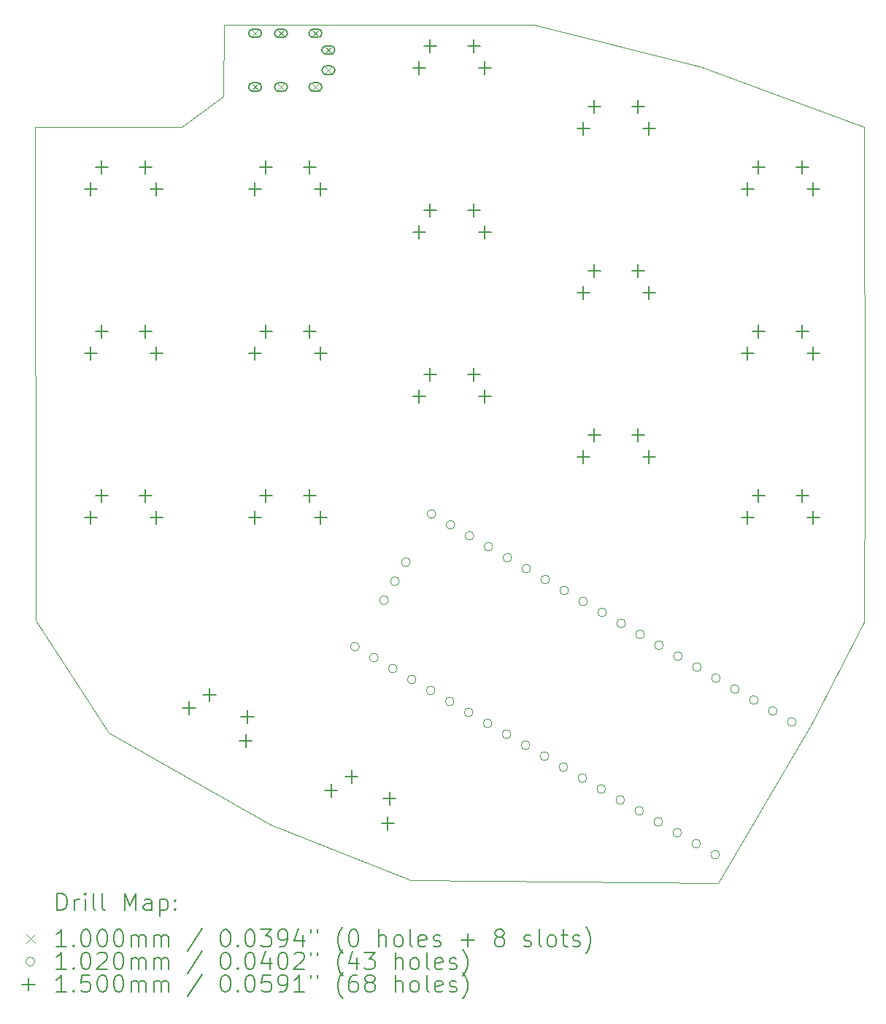
<source format=gbr>
%TF.GenerationSoftware,KiCad,Pcbnew,7.0.8-7.0.8~ubuntu22.04.1*%
%TF.CreationDate,2023-10-30T23:12:41+03:00*%
%TF.ProjectId,Keeb,4b656562-2e6b-4696-9361-645f70636258,rev?*%
%TF.SameCoordinates,Original*%
%TF.FileFunction,Drillmap*%
%TF.FilePolarity,Positive*%
%FSLAX45Y45*%
G04 Gerber Fmt 4.5, Leading zero omitted, Abs format (unit mm)*
G04 Created by KiCad (PCBNEW 7.0.8-7.0.8~ubuntu22.04.1) date 2023-10-30 23:12:41*
%MOMM*%
%LPD*%
G01*
G04 APERTURE LIST*
%ADD10C,0.050000*%
%ADD11C,0.200000*%
%ADD12C,0.100000*%
%ADD13C,0.102000*%
%ADD14C,0.150000*%
G04 APERTURE END LIST*
D10*
X17893000Y-3886000D02*
X17900000Y-3886000D01*
X19800000Y-4582000D01*
X19810000Y-8436000D01*
X19805000Y-10328000D01*
X19190000Y-11509294D01*
X18113000Y-13360000D01*
X14544000Y-13327000D01*
X12922000Y-12678000D01*
X11043000Y-11612000D01*
X10190000Y-10309294D01*
X10183000Y-4587294D01*
X11883000Y-4587294D01*
X12365000Y-4229294D01*
X12381000Y-3398000D01*
X14076000Y-3396294D01*
X15976000Y-3396294D01*
X17893000Y-3886000D01*
D11*
D12*
X12687500Y-4071794D02*
X12787500Y-4171794D01*
X12787500Y-4071794D02*
X12687500Y-4171794D01*
D11*
X12712500Y-4171794D02*
X12762500Y-4171794D01*
X12762500Y-4171794D02*
G75*
G03*
X12762500Y-4071794I0J50000D01*
G01*
X12762500Y-4071794D02*
X12712500Y-4071794D01*
X12712500Y-4071794D02*
G75*
G03*
X12712500Y-4171794I0J-50000D01*
G01*
D12*
X12688000Y-3448000D02*
X12788000Y-3548000D01*
X12788000Y-3448000D02*
X12688000Y-3548000D01*
D11*
X12713000Y-3548000D02*
X12763000Y-3548000D01*
X12763000Y-3548000D02*
G75*
G03*
X12763000Y-3448000I0J50000D01*
G01*
X12763000Y-3448000D02*
X12713000Y-3448000D01*
X12713000Y-3448000D02*
G75*
G03*
X12713000Y-3548000I0J-50000D01*
G01*
D12*
X12987500Y-4071794D02*
X13087500Y-4171794D01*
X13087500Y-4071794D02*
X12987500Y-4171794D01*
D11*
X13012500Y-4171794D02*
X13062500Y-4171794D01*
X13062500Y-4171794D02*
G75*
G03*
X13062500Y-4071794I0J50000D01*
G01*
X13062500Y-4071794D02*
X13012500Y-4071794D01*
X13012500Y-4071794D02*
G75*
G03*
X13012500Y-4171794I0J-50000D01*
G01*
D12*
X12988000Y-3448000D02*
X13088000Y-3548000D01*
X13088000Y-3448000D02*
X12988000Y-3548000D01*
D11*
X13013000Y-3548000D02*
X13063000Y-3548000D01*
X13063000Y-3548000D02*
G75*
G03*
X13063000Y-3448000I0J50000D01*
G01*
X13063000Y-3448000D02*
X13013000Y-3448000D01*
X13013000Y-3448000D02*
G75*
G03*
X13013000Y-3548000I0J-50000D01*
G01*
D12*
X13387500Y-4071794D02*
X13487500Y-4171794D01*
X13487500Y-4071794D02*
X13387500Y-4171794D01*
D11*
X13412500Y-4171794D02*
X13462500Y-4171794D01*
X13462500Y-4171794D02*
G75*
G03*
X13462500Y-4071794I0J50000D01*
G01*
X13462500Y-4071794D02*
X13412500Y-4071794D01*
X13412500Y-4071794D02*
G75*
G03*
X13412500Y-4171794I0J-50000D01*
G01*
D12*
X13388000Y-3448000D02*
X13488000Y-3548000D01*
X13488000Y-3448000D02*
X13388000Y-3548000D01*
D11*
X13413000Y-3548000D02*
X13463000Y-3548000D01*
X13463000Y-3548000D02*
G75*
G03*
X13463000Y-3448000I0J50000D01*
G01*
X13463000Y-3448000D02*
X13413000Y-3448000D01*
X13413000Y-3448000D02*
G75*
G03*
X13413000Y-3548000I0J-50000D01*
G01*
D12*
X13537500Y-3641794D02*
X13637500Y-3741794D01*
X13637500Y-3641794D02*
X13537500Y-3741794D01*
D11*
X13562500Y-3741794D02*
X13612500Y-3741794D01*
X13612500Y-3741794D02*
G75*
G03*
X13612500Y-3641794I0J50000D01*
G01*
X13612500Y-3641794D02*
X13562500Y-3641794D01*
X13562500Y-3641794D02*
G75*
G03*
X13562500Y-3741794I0J-50000D01*
G01*
D12*
X13538000Y-3878000D02*
X13638000Y-3978000D01*
X13638000Y-3878000D02*
X13538000Y-3978000D01*
D11*
X13563000Y-3978000D02*
X13613000Y-3978000D01*
X13613000Y-3978000D02*
G75*
G03*
X13613000Y-3878000I0J50000D01*
G01*
X13613000Y-3878000D02*
X13563000Y-3878000D01*
X13563000Y-3878000D02*
G75*
G03*
X13563000Y-3978000I0J-50000D01*
G01*
D13*
X13945781Y-10613397D02*
G75*
G03*
X13945781Y-10613397I-51000J0D01*
G01*
X14165751Y-10740397D02*
G75*
G03*
X14165751Y-10740397I-51000J0D01*
G01*
X14283199Y-10074971D02*
G75*
G03*
X14283199Y-10074971I-51000J0D01*
G01*
X14385722Y-10867397D02*
G75*
G03*
X14385722Y-10867397I-51000J0D01*
G01*
X14410199Y-9855000D02*
G75*
G03*
X14410199Y-9855000I-51000J0D01*
G01*
X14537199Y-9635030D02*
G75*
G03*
X14537199Y-9635030I-51000J0D01*
G01*
X14605692Y-10994397D02*
G75*
G03*
X14605692Y-10994397I-51000J0D01*
G01*
X14825662Y-11121397D02*
G75*
G03*
X14825662Y-11121397I-51000J0D01*
G01*
X14834781Y-9073603D02*
G75*
G03*
X14834781Y-9073603I-51000J0D01*
G01*
X15045633Y-11248397D02*
G75*
G03*
X15045633Y-11248397I-51000J0D01*
G01*
X15054751Y-9200603D02*
G75*
G03*
X15054751Y-9200603I-51000J0D01*
G01*
X15265603Y-11375397D02*
G75*
G03*
X15265603Y-11375397I-51000J0D01*
G01*
X15274722Y-9327603D02*
G75*
G03*
X15274722Y-9327603I-51000J0D01*
G01*
X15485574Y-11502397D02*
G75*
G03*
X15485574Y-11502397I-51000J0D01*
G01*
X15494692Y-9454603D02*
G75*
G03*
X15494692Y-9454603I-51000J0D01*
G01*
X15705544Y-11629397D02*
G75*
G03*
X15705544Y-11629397I-51000J0D01*
G01*
X15714662Y-9581603D02*
G75*
G03*
X15714662Y-9581603I-51000J0D01*
G01*
X15925515Y-11756397D02*
G75*
G03*
X15925515Y-11756397I-51000J0D01*
G01*
X15934633Y-9708603D02*
G75*
G03*
X15934633Y-9708603I-51000J0D01*
G01*
X16145485Y-11883397D02*
G75*
G03*
X16145485Y-11883397I-51000J0D01*
G01*
X16154603Y-9835603D02*
G75*
G03*
X16154603Y-9835603I-51000J0D01*
G01*
X16365456Y-12010397D02*
G75*
G03*
X16365456Y-12010397I-51000J0D01*
G01*
X16374574Y-9962603D02*
G75*
G03*
X16374574Y-9962603I-51000J0D01*
G01*
X16585426Y-12137397D02*
G75*
G03*
X16585426Y-12137397I-51000J0D01*
G01*
X16594544Y-10089603D02*
G75*
G03*
X16594544Y-10089603I-51000J0D01*
G01*
X16805397Y-12264397D02*
G75*
G03*
X16805397Y-12264397I-51000J0D01*
G01*
X16814515Y-10216603D02*
G75*
G03*
X16814515Y-10216603I-51000J0D01*
G01*
X17025367Y-12391397D02*
G75*
G03*
X17025367Y-12391397I-51000J0D01*
G01*
X17034485Y-10343603D02*
G75*
G03*
X17034485Y-10343603I-51000J0D01*
G01*
X17245338Y-12518397D02*
G75*
G03*
X17245338Y-12518397I-51000J0D01*
G01*
X17254456Y-10470603D02*
G75*
G03*
X17254456Y-10470603I-51000J0D01*
G01*
X17465308Y-12645397D02*
G75*
G03*
X17465308Y-12645397I-51000J0D01*
G01*
X17474426Y-10597603D02*
G75*
G03*
X17474426Y-10597603I-51000J0D01*
G01*
X17685278Y-12772397D02*
G75*
G03*
X17685278Y-12772397I-51000J0D01*
G01*
X17694397Y-10724603D02*
G75*
G03*
X17694397Y-10724603I-51000J0D01*
G01*
X17905249Y-12899397D02*
G75*
G03*
X17905249Y-12899397I-51000J0D01*
G01*
X17914367Y-10851603D02*
G75*
G03*
X17914367Y-10851603I-51000J0D01*
G01*
X18125219Y-13026397D02*
G75*
G03*
X18125219Y-13026397I-51000J0D01*
G01*
X18134338Y-10978603D02*
G75*
G03*
X18134338Y-10978603I-51000J0D01*
G01*
X18354308Y-11105603D02*
G75*
G03*
X18354308Y-11105603I-51000J0D01*
G01*
X18574278Y-11232603D02*
G75*
G03*
X18574278Y-11232603I-51000J0D01*
G01*
X18794249Y-11359603D02*
G75*
G03*
X18794249Y-11359603I-51000J0D01*
G01*
X19014219Y-11486603D02*
G75*
G03*
X19014219Y-11486603I-51000J0D01*
G01*
D14*
X10831500Y-5232794D02*
X10831500Y-5382794D01*
X10756500Y-5307794D02*
X10906500Y-5307794D01*
X10831500Y-7137794D02*
X10831500Y-7287794D01*
X10756500Y-7212794D02*
X10906500Y-7212794D01*
X10831500Y-9042794D02*
X10831500Y-9192794D01*
X10756500Y-9117794D02*
X10906500Y-9117794D01*
X10958500Y-4978794D02*
X10958500Y-5128794D01*
X10883500Y-5053794D02*
X11033500Y-5053794D01*
X10958500Y-6883794D02*
X10958500Y-7033794D01*
X10883500Y-6958794D02*
X11033500Y-6958794D01*
X10958500Y-8788794D02*
X10958500Y-8938794D01*
X10883500Y-8863794D02*
X11033500Y-8863794D01*
X11466500Y-4978794D02*
X11466500Y-5128794D01*
X11391500Y-5053794D02*
X11541500Y-5053794D01*
X11466500Y-6883794D02*
X11466500Y-7033794D01*
X11391500Y-6958794D02*
X11541500Y-6958794D01*
X11466500Y-8788794D02*
X11466500Y-8938794D01*
X11391500Y-8863794D02*
X11541500Y-8863794D01*
X11593500Y-5232794D02*
X11593500Y-5382794D01*
X11518500Y-5307794D02*
X11668500Y-5307794D01*
X11593500Y-7137794D02*
X11593500Y-7287794D01*
X11518500Y-7212794D02*
X11668500Y-7212794D01*
X11593500Y-9042794D02*
X11593500Y-9192794D01*
X11518500Y-9117794D02*
X11668500Y-9117794D01*
X11968502Y-11252781D02*
X11968502Y-11402781D01*
X11893502Y-11327781D02*
X12043502Y-11327781D01*
X12205487Y-11096310D02*
X12205487Y-11246310D01*
X12130487Y-11171310D02*
X12280487Y-11171310D01*
X12628413Y-11633781D02*
X12628413Y-11783781D01*
X12553413Y-11708781D02*
X12703413Y-11708781D01*
X12645428Y-11350310D02*
X12645428Y-11500310D01*
X12570428Y-11425310D02*
X12720428Y-11425310D01*
X12736500Y-5232794D02*
X12736500Y-5382794D01*
X12661500Y-5307794D02*
X12811500Y-5307794D01*
X12736500Y-7137794D02*
X12736500Y-7287794D01*
X12661500Y-7212794D02*
X12811500Y-7212794D01*
X12736500Y-9042794D02*
X12736500Y-9192794D01*
X12661500Y-9117794D02*
X12811500Y-9117794D01*
X12863500Y-4978794D02*
X12863500Y-5128794D01*
X12788500Y-5053794D02*
X12938500Y-5053794D01*
X12863500Y-6883794D02*
X12863500Y-7033794D01*
X12788500Y-6958794D02*
X12938500Y-6958794D01*
X12863500Y-8788794D02*
X12863500Y-8938794D01*
X12788500Y-8863794D02*
X12938500Y-8863794D01*
X13371500Y-4978794D02*
X13371500Y-5128794D01*
X13296500Y-5053794D02*
X13446500Y-5053794D01*
X13371500Y-6883794D02*
X13371500Y-7033794D01*
X13296500Y-6958794D02*
X13446500Y-6958794D01*
X13371500Y-8788794D02*
X13371500Y-8938794D01*
X13296500Y-8863794D02*
X13446500Y-8863794D01*
X13498500Y-5232794D02*
X13498500Y-5382794D01*
X13423500Y-5307794D02*
X13573500Y-5307794D01*
X13498500Y-7137794D02*
X13498500Y-7287794D01*
X13423500Y-7212794D02*
X13573500Y-7212794D01*
X13498500Y-9042794D02*
X13498500Y-9192794D01*
X13423500Y-9117794D02*
X13573500Y-9117794D01*
X13618280Y-12205281D02*
X13618280Y-12355281D01*
X13543280Y-12280281D02*
X13693280Y-12280281D01*
X13855265Y-12048810D02*
X13855265Y-12198810D01*
X13780265Y-12123810D02*
X13930265Y-12123810D01*
X14278191Y-12586281D02*
X14278191Y-12736281D01*
X14203191Y-12661281D02*
X14353191Y-12661281D01*
X14295206Y-12302810D02*
X14295206Y-12452810D01*
X14220206Y-12377810D02*
X14370206Y-12377810D01*
X14641500Y-3822794D02*
X14641500Y-3972794D01*
X14566500Y-3897794D02*
X14716500Y-3897794D01*
X14641500Y-5727794D02*
X14641500Y-5877794D01*
X14566500Y-5802794D02*
X14716500Y-5802794D01*
X14641500Y-7632794D02*
X14641500Y-7782794D01*
X14566500Y-7707794D02*
X14716500Y-7707794D01*
X14768500Y-3568794D02*
X14768500Y-3718794D01*
X14693500Y-3643794D02*
X14843500Y-3643794D01*
X14768500Y-5473794D02*
X14768500Y-5623794D01*
X14693500Y-5548794D02*
X14843500Y-5548794D01*
X14768500Y-7378794D02*
X14768500Y-7528794D01*
X14693500Y-7453794D02*
X14843500Y-7453794D01*
X15276500Y-3568794D02*
X15276500Y-3718794D01*
X15201500Y-3643794D02*
X15351500Y-3643794D01*
X15276500Y-5473794D02*
X15276500Y-5623794D01*
X15201500Y-5548794D02*
X15351500Y-5548794D01*
X15276500Y-7378794D02*
X15276500Y-7528794D01*
X15201500Y-7453794D02*
X15351500Y-7453794D01*
X15403500Y-3822794D02*
X15403500Y-3972794D01*
X15328500Y-3897794D02*
X15478500Y-3897794D01*
X15403500Y-5727794D02*
X15403500Y-5877794D01*
X15328500Y-5802794D02*
X15478500Y-5802794D01*
X15403500Y-7632794D02*
X15403500Y-7782794D01*
X15328500Y-7707794D02*
X15478500Y-7707794D01*
X16546500Y-4527794D02*
X16546500Y-4677794D01*
X16471500Y-4602794D02*
X16621500Y-4602794D01*
X16546500Y-6432794D02*
X16546500Y-6582794D01*
X16471500Y-6507794D02*
X16621500Y-6507794D01*
X16546500Y-8337794D02*
X16546500Y-8487794D01*
X16471500Y-8412794D02*
X16621500Y-8412794D01*
X16673500Y-4273794D02*
X16673500Y-4423794D01*
X16598500Y-4348794D02*
X16748500Y-4348794D01*
X16673500Y-6178794D02*
X16673500Y-6328794D01*
X16598500Y-6253794D02*
X16748500Y-6253794D01*
X16673500Y-8083794D02*
X16673500Y-8233794D01*
X16598500Y-8158794D02*
X16748500Y-8158794D01*
X17181500Y-4273794D02*
X17181500Y-4423794D01*
X17106500Y-4348794D02*
X17256500Y-4348794D01*
X17181500Y-6178794D02*
X17181500Y-6328794D01*
X17106500Y-6253794D02*
X17256500Y-6253794D01*
X17181500Y-8083794D02*
X17181500Y-8233794D01*
X17106500Y-8158794D02*
X17256500Y-8158794D01*
X17308500Y-4527794D02*
X17308500Y-4677794D01*
X17233500Y-4602794D02*
X17383500Y-4602794D01*
X17308500Y-6432794D02*
X17308500Y-6582794D01*
X17233500Y-6507794D02*
X17383500Y-6507794D01*
X17308500Y-8337794D02*
X17308500Y-8487794D01*
X17233500Y-8412794D02*
X17383500Y-8412794D01*
X18451500Y-5232794D02*
X18451500Y-5382794D01*
X18376500Y-5307794D02*
X18526500Y-5307794D01*
X18451500Y-7137794D02*
X18451500Y-7287794D01*
X18376500Y-7212794D02*
X18526500Y-7212794D01*
X18451500Y-9042794D02*
X18451500Y-9192794D01*
X18376500Y-9117794D02*
X18526500Y-9117794D01*
X18578500Y-4978794D02*
X18578500Y-5128794D01*
X18503500Y-5053794D02*
X18653500Y-5053794D01*
X18578500Y-6883794D02*
X18578500Y-7033794D01*
X18503500Y-6958794D02*
X18653500Y-6958794D01*
X18578500Y-8788794D02*
X18578500Y-8938794D01*
X18503500Y-8863794D02*
X18653500Y-8863794D01*
X19086500Y-4978794D02*
X19086500Y-5128794D01*
X19011500Y-5053794D02*
X19161500Y-5053794D01*
X19086500Y-6883794D02*
X19086500Y-7033794D01*
X19011500Y-6958794D02*
X19161500Y-6958794D01*
X19086500Y-8788794D02*
X19086500Y-8938794D01*
X19011500Y-8863794D02*
X19161500Y-8863794D01*
X19213500Y-5232794D02*
X19213500Y-5382794D01*
X19138500Y-5307794D02*
X19288500Y-5307794D01*
X19213500Y-7137794D02*
X19213500Y-7287794D01*
X19138500Y-7212794D02*
X19288500Y-7212794D01*
X19213500Y-9042794D02*
X19213500Y-9192794D01*
X19138500Y-9117794D02*
X19288500Y-9117794D01*
D11*
X10441277Y-13673984D02*
X10441277Y-13473984D01*
X10441277Y-13473984D02*
X10488896Y-13473984D01*
X10488896Y-13473984D02*
X10517467Y-13483508D01*
X10517467Y-13483508D02*
X10536515Y-13502555D01*
X10536515Y-13502555D02*
X10546039Y-13521603D01*
X10546039Y-13521603D02*
X10555563Y-13559698D01*
X10555563Y-13559698D02*
X10555563Y-13588269D01*
X10555563Y-13588269D02*
X10546039Y-13626365D01*
X10546039Y-13626365D02*
X10536515Y-13645412D01*
X10536515Y-13645412D02*
X10517467Y-13664460D01*
X10517467Y-13664460D02*
X10488896Y-13673984D01*
X10488896Y-13673984D02*
X10441277Y-13673984D01*
X10641277Y-13673984D02*
X10641277Y-13540650D01*
X10641277Y-13578746D02*
X10650801Y-13559698D01*
X10650801Y-13559698D02*
X10660324Y-13550174D01*
X10660324Y-13550174D02*
X10679372Y-13540650D01*
X10679372Y-13540650D02*
X10698420Y-13540650D01*
X10765086Y-13673984D02*
X10765086Y-13540650D01*
X10765086Y-13473984D02*
X10755563Y-13483508D01*
X10755563Y-13483508D02*
X10765086Y-13493031D01*
X10765086Y-13493031D02*
X10774610Y-13483508D01*
X10774610Y-13483508D02*
X10765086Y-13473984D01*
X10765086Y-13473984D02*
X10765086Y-13493031D01*
X10888896Y-13673984D02*
X10869848Y-13664460D01*
X10869848Y-13664460D02*
X10860324Y-13645412D01*
X10860324Y-13645412D02*
X10860324Y-13473984D01*
X10993658Y-13673984D02*
X10974610Y-13664460D01*
X10974610Y-13664460D02*
X10965086Y-13645412D01*
X10965086Y-13645412D02*
X10965086Y-13473984D01*
X11222229Y-13673984D02*
X11222229Y-13473984D01*
X11222229Y-13473984D02*
X11288896Y-13616841D01*
X11288896Y-13616841D02*
X11355562Y-13473984D01*
X11355562Y-13473984D02*
X11355562Y-13673984D01*
X11536515Y-13673984D02*
X11536515Y-13569222D01*
X11536515Y-13569222D02*
X11526991Y-13550174D01*
X11526991Y-13550174D02*
X11507943Y-13540650D01*
X11507943Y-13540650D02*
X11469848Y-13540650D01*
X11469848Y-13540650D02*
X11450801Y-13550174D01*
X11536515Y-13664460D02*
X11517467Y-13673984D01*
X11517467Y-13673984D02*
X11469848Y-13673984D01*
X11469848Y-13673984D02*
X11450801Y-13664460D01*
X11450801Y-13664460D02*
X11441277Y-13645412D01*
X11441277Y-13645412D02*
X11441277Y-13626365D01*
X11441277Y-13626365D02*
X11450801Y-13607317D01*
X11450801Y-13607317D02*
X11469848Y-13597793D01*
X11469848Y-13597793D02*
X11517467Y-13597793D01*
X11517467Y-13597793D02*
X11536515Y-13588269D01*
X11631753Y-13540650D02*
X11631753Y-13740650D01*
X11631753Y-13550174D02*
X11650801Y-13540650D01*
X11650801Y-13540650D02*
X11688896Y-13540650D01*
X11688896Y-13540650D02*
X11707943Y-13550174D01*
X11707943Y-13550174D02*
X11717467Y-13559698D01*
X11717467Y-13559698D02*
X11726991Y-13578746D01*
X11726991Y-13578746D02*
X11726991Y-13635888D01*
X11726991Y-13635888D02*
X11717467Y-13654936D01*
X11717467Y-13654936D02*
X11707943Y-13664460D01*
X11707943Y-13664460D02*
X11688896Y-13673984D01*
X11688896Y-13673984D02*
X11650801Y-13673984D01*
X11650801Y-13673984D02*
X11631753Y-13664460D01*
X11812705Y-13654936D02*
X11822229Y-13664460D01*
X11822229Y-13664460D02*
X11812705Y-13673984D01*
X11812705Y-13673984D02*
X11803182Y-13664460D01*
X11803182Y-13664460D02*
X11812705Y-13654936D01*
X11812705Y-13654936D02*
X11812705Y-13673984D01*
X11812705Y-13550174D02*
X11822229Y-13559698D01*
X11822229Y-13559698D02*
X11812705Y-13569222D01*
X11812705Y-13569222D02*
X11803182Y-13559698D01*
X11803182Y-13559698D02*
X11812705Y-13550174D01*
X11812705Y-13550174D02*
X11812705Y-13569222D01*
D12*
X10080500Y-13952500D02*
X10180500Y-14052500D01*
X10180500Y-13952500D02*
X10080500Y-14052500D01*
D11*
X10546039Y-14093984D02*
X10431753Y-14093984D01*
X10488896Y-14093984D02*
X10488896Y-13893984D01*
X10488896Y-13893984D02*
X10469848Y-13922555D01*
X10469848Y-13922555D02*
X10450801Y-13941603D01*
X10450801Y-13941603D02*
X10431753Y-13951127D01*
X10631753Y-14074936D02*
X10641277Y-14084460D01*
X10641277Y-14084460D02*
X10631753Y-14093984D01*
X10631753Y-14093984D02*
X10622229Y-14084460D01*
X10622229Y-14084460D02*
X10631753Y-14074936D01*
X10631753Y-14074936D02*
X10631753Y-14093984D01*
X10765086Y-13893984D02*
X10784134Y-13893984D01*
X10784134Y-13893984D02*
X10803182Y-13903508D01*
X10803182Y-13903508D02*
X10812705Y-13913031D01*
X10812705Y-13913031D02*
X10822229Y-13932079D01*
X10822229Y-13932079D02*
X10831753Y-13970174D01*
X10831753Y-13970174D02*
X10831753Y-14017793D01*
X10831753Y-14017793D02*
X10822229Y-14055888D01*
X10822229Y-14055888D02*
X10812705Y-14074936D01*
X10812705Y-14074936D02*
X10803182Y-14084460D01*
X10803182Y-14084460D02*
X10784134Y-14093984D01*
X10784134Y-14093984D02*
X10765086Y-14093984D01*
X10765086Y-14093984D02*
X10746039Y-14084460D01*
X10746039Y-14084460D02*
X10736515Y-14074936D01*
X10736515Y-14074936D02*
X10726991Y-14055888D01*
X10726991Y-14055888D02*
X10717467Y-14017793D01*
X10717467Y-14017793D02*
X10717467Y-13970174D01*
X10717467Y-13970174D02*
X10726991Y-13932079D01*
X10726991Y-13932079D02*
X10736515Y-13913031D01*
X10736515Y-13913031D02*
X10746039Y-13903508D01*
X10746039Y-13903508D02*
X10765086Y-13893984D01*
X10955563Y-13893984D02*
X10974610Y-13893984D01*
X10974610Y-13893984D02*
X10993658Y-13903508D01*
X10993658Y-13903508D02*
X11003182Y-13913031D01*
X11003182Y-13913031D02*
X11012705Y-13932079D01*
X11012705Y-13932079D02*
X11022229Y-13970174D01*
X11022229Y-13970174D02*
X11022229Y-14017793D01*
X11022229Y-14017793D02*
X11012705Y-14055888D01*
X11012705Y-14055888D02*
X11003182Y-14074936D01*
X11003182Y-14074936D02*
X10993658Y-14084460D01*
X10993658Y-14084460D02*
X10974610Y-14093984D01*
X10974610Y-14093984D02*
X10955563Y-14093984D01*
X10955563Y-14093984D02*
X10936515Y-14084460D01*
X10936515Y-14084460D02*
X10926991Y-14074936D01*
X10926991Y-14074936D02*
X10917467Y-14055888D01*
X10917467Y-14055888D02*
X10907944Y-14017793D01*
X10907944Y-14017793D02*
X10907944Y-13970174D01*
X10907944Y-13970174D02*
X10917467Y-13932079D01*
X10917467Y-13932079D02*
X10926991Y-13913031D01*
X10926991Y-13913031D02*
X10936515Y-13903508D01*
X10936515Y-13903508D02*
X10955563Y-13893984D01*
X11146039Y-13893984D02*
X11165086Y-13893984D01*
X11165086Y-13893984D02*
X11184134Y-13903508D01*
X11184134Y-13903508D02*
X11193658Y-13913031D01*
X11193658Y-13913031D02*
X11203182Y-13932079D01*
X11203182Y-13932079D02*
X11212705Y-13970174D01*
X11212705Y-13970174D02*
X11212705Y-14017793D01*
X11212705Y-14017793D02*
X11203182Y-14055888D01*
X11203182Y-14055888D02*
X11193658Y-14074936D01*
X11193658Y-14074936D02*
X11184134Y-14084460D01*
X11184134Y-14084460D02*
X11165086Y-14093984D01*
X11165086Y-14093984D02*
X11146039Y-14093984D01*
X11146039Y-14093984D02*
X11126991Y-14084460D01*
X11126991Y-14084460D02*
X11117467Y-14074936D01*
X11117467Y-14074936D02*
X11107944Y-14055888D01*
X11107944Y-14055888D02*
X11098420Y-14017793D01*
X11098420Y-14017793D02*
X11098420Y-13970174D01*
X11098420Y-13970174D02*
X11107944Y-13932079D01*
X11107944Y-13932079D02*
X11117467Y-13913031D01*
X11117467Y-13913031D02*
X11126991Y-13903508D01*
X11126991Y-13903508D02*
X11146039Y-13893984D01*
X11298420Y-14093984D02*
X11298420Y-13960650D01*
X11298420Y-13979698D02*
X11307943Y-13970174D01*
X11307943Y-13970174D02*
X11326991Y-13960650D01*
X11326991Y-13960650D02*
X11355563Y-13960650D01*
X11355563Y-13960650D02*
X11374610Y-13970174D01*
X11374610Y-13970174D02*
X11384134Y-13989222D01*
X11384134Y-13989222D02*
X11384134Y-14093984D01*
X11384134Y-13989222D02*
X11393658Y-13970174D01*
X11393658Y-13970174D02*
X11412705Y-13960650D01*
X11412705Y-13960650D02*
X11441277Y-13960650D01*
X11441277Y-13960650D02*
X11460324Y-13970174D01*
X11460324Y-13970174D02*
X11469848Y-13989222D01*
X11469848Y-13989222D02*
X11469848Y-14093984D01*
X11565086Y-14093984D02*
X11565086Y-13960650D01*
X11565086Y-13979698D02*
X11574610Y-13970174D01*
X11574610Y-13970174D02*
X11593658Y-13960650D01*
X11593658Y-13960650D02*
X11622229Y-13960650D01*
X11622229Y-13960650D02*
X11641277Y-13970174D01*
X11641277Y-13970174D02*
X11650801Y-13989222D01*
X11650801Y-13989222D02*
X11650801Y-14093984D01*
X11650801Y-13989222D02*
X11660324Y-13970174D01*
X11660324Y-13970174D02*
X11679372Y-13960650D01*
X11679372Y-13960650D02*
X11707943Y-13960650D01*
X11707943Y-13960650D02*
X11726991Y-13970174D01*
X11726991Y-13970174D02*
X11736515Y-13989222D01*
X11736515Y-13989222D02*
X11736515Y-14093984D01*
X12126991Y-13884460D02*
X11955563Y-14141603D01*
X12384134Y-13893984D02*
X12403182Y-13893984D01*
X12403182Y-13893984D02*
X12422229Y-13903508D01*
X12422229Y-13903508D02*
X12431753Y-13913031D01*
X12431753Y-13913031D02*
X12441277Y-13932079D01*
X12441277Y-13932079D02*
X12450801Y-13970174D01*
X12450801Y-13970174D02*
X12450801Y-14017793D01*
X12450801Y-14017793D02*
X12441277Y-14055888D01*
X12441277Y-14055888D02*
X12431753Y-14074936D01*
X12431753Y-14074936D02*
X12422229Y-14084460D01*
X12422229Y-14084460D02*
X12403182Y-14093984D01*
X12403182Y-14093984D02*
X12384134Y-14093984D01*
X12384134Y-14093984D02*
X12365086Y-14084460D01*
X12365086Y-14084460D02*
X12355563Y-14074936D01*
X12355563Y-14074936D02*
X12346039Y-14055888D01*
X12346039Y-14055888D02*
X12336515Y-14017793D01*
X12336515Y-14017793D02*
X12336515Y-13970174D01*
X12336515Y-13970174D02*
X12346039Y-13932079D01*
X12346039Y-13932079D02*
X12355563Y-13913031D01*
X12355563Y-13913031D02*
X12365086Y-13903508D01*
X12365086Y-13903508D02*
X12384134Y-13893984D01*
X12536515Y-14074936D02*
X12546039Y-14084460D01*
X12546039Y-14084460D02*
X12536515Y-14093984D01*
X12536515Y-14093984D02*
X12526991Y-14084460D01*
X12526991Y-14084460D02*
X12536515Y-14074936D01*
X12536515Y-14074936D02*
X12536515Y-14093984D01*
X12669848Y-13893984D02*
X12688896Y-13893984D01*
X12688896Y-13893984D02*
X12707944Y-13903508D01*
X12707944Y-13903508D02*
X12717467Y-13913031D01*
X12717467Y-13913031D02*
X12726991Y-13932079D01*
X12726991Y-13932079D02*
X12736515Y-13970174D01*
X12736515Y-13970174D02*
X12736515Y-14017793D01*
X12736515Y-14017793D02*
X12726991Y-14055888D01*
X12726991Y-14055888D02*
X12717467Y-14074936D01*
X12717467Y-14074936D02*
X12707944Y-14084460D01*
X12707944Y-14084460D02*
X12688896Y-14093984D01*
X12688896Y-14093984D02*
X12669848Y-14093984D01*
X12669848Y-14093984D02*
X12650801Y-14084460D01*
X12650801Y-14084460D02*
X12641277Y-14074936D01*
X12641277Y-14074936D02*
X12631753Y-14055888D01*
X12631753Y-14055888D02*
X12622229Y-14017793D01*
X12622229Y-14017793D02*
X12622229Y-13970174D01*
X12622229Y-13970174D02*
X12631753Y-13932079D01*
X12631753Y-13932079D02*
X12641277Y-13913031D01*
X12641277Y-13913031D02*
X12650801Y-13903508D01*
X12650801Y-13903508D02*
X12669848Y-13893984D01*
X12803182Y-13893984D02*
X12926991Y-13893984D01*
X12926991Y-13893984D02*
X12860325Y-13970174D01*
X12860325Y-13970174D02*
X12888896Y-13970174D01*
X12888896Y-13970174D02*
X12907944Y-13979698D01*
X12907944Y-13979698D02*
X12917467Y-13989222D01*
X12917467Y-13989222D02*
X12926991Y-14008269D01*
X12926991Y-14008269D02*
X12926991Y-14055888D01*
X12926991Y-14055888D02*
X12917467Y-14074936D01*
X12917467Y-14074936D02*
X12907944Y-14084460D01*
X12907944Y-14084460D02*
X12888896Y-14093984D01*
X12888896Y-14093984D02*
X12831753Y-14093984D01*
X12831753Y-14093984D02*
X12812706Y-14084460D01*
X12812706Y-14084460D02*
X12803182Y-14074936D01*
X13022229Y-14093984D02*
X13060325Y-14093984D01*
X13060325Y-14093984D02*
X13079372Y-14084460D01*
X13079372Y-14084460D02*
X13088896Y-14074936D01*
X13088896Y-14074936D02*
X13107944Y-14046365D01*
X13107944Y-14046365D02*
X13117467Y-14008269D01*
X13117467Y-14008269D02*
X13117467Y-13932079D01*
X13117467Y-13932079D02*
X13107944Y-13913031D01*
X13107944Y-13913031D02*
X13098420Y-13903508D01*
X13098420Y-13903508D02*
X13079372Y-13893984D01*
X13079372Y-13893984D02*
X13041277Y-13893984D01*
X13041277Y-13893984D02*
X13022229Y-13903508D01*
X13022229Y-13903508D02*
X13012706Y-13913031D01*
X13012706Y-13913031D02*
X13003182Y-13932079D01*
X13003182Y-13932079D02*
X13003182Y-13979698D01*
X13003182Y-13979698D02*
X13012706Y-13998746D01*
X13012706Y-13998746D02*
X13022229Y-14008269D01*
X13022229Y-14008269D02*
X13041277Y-14017793D01*
X13041277Y-14017793D02*
X13079372Y-14017793D01*
X13079372Y-14017793D02*
X13098420Y-14008269D01*
X13098420Y-14008269D02*
X13107944Y-13998746D01*
X13107944Y-13998746D02*
X13117467Y-13979698D01*
X13288896Y-13960650D02*
X13288896Y-14093984D01*
X13241277Y-13884460D02*
X13193658Y-14027317D01*
X13193658Y-14027317D02*
X13317467Y-14027317D01*
X13384134Y-13893984D02*
X13384134Y-13932079D01*
X13460325Y-13893984D02*
X13460325Y-13932079D01*
X13755563Y-14170174D02*
X13746039Y-14160650D01*
X13746039Y-14160650D02*
X13726991Y-14132079D01*
X13726991Y-14132079D02*
X13717468Y-14113031D01*
X13717468Y-14113031D02*
X13707944Y-14084460D01*
X13707944Y-14084460D02*
X13698420Y-14036841D01*
X13698420Y-14036841D02*
X13698420Y-13998746D01*
X13698420Y-13998746D02*
X13707944Y-13951127D01*
X13707944Y-13951127D02*
X13717468Y-13922555D01*
X13717468Y-13922555D02*
X13726991Y-13903508D01*
X13726991Y-13903508D02*
X13746039Y-13874936D01*
X13746039Y-13874936D02*
X13755563Y-13865412D01*
X13869848Y-13893984D02*
X13888896Y-13893984D01*
X13888896Y-13893984D02*
X13907944Y-13903508D01*
X13907944Y-13903508D02*
X13917468Y-13913031D01*
X13917468Y-13913031D02*
X13926991Y-13932079D01*
X13926991Y-13932079D02*
X13936515Y-13970174D01*
X13936515Y-13970174D02*
X13936515Y-14017793D01*
X13936515Y-14017793D02*
X13926991Y-14055888D01*
X13926991Y-14055888D02*
X13917468Y-14074936D01*
X13917468Y-14074936D02*
X13907944Y-14084460D01*
X13907944Y-14084460D02*
X13888896Y-14093984D01*
X13888896Y-14093984D02*
X13869848Y-14093984D01*
X13869848Y-14093984D02*
X13850801Y-14084460D01*
X13850801Y-14084460D02*
X13841277Y-14074936D01*
X13841277Y-14074936D02*
X13831753Y-14055888D01*
X13831753Y-14055888D02*
X13822229Y-14017793D01*
X13822229Y-14017793D02*
X13822229Y-13970174D01*
X13822229Y-13970174D02*
X13831753Y-13932079D01*
X13831753Y-13932079D02*
X13841277Y-13913031D01*
X13841277Y-13913031D02*
X13850801Y-13903508D01*
X13850801Y-13903508D02*
X13869848Y-13893984D01*
X14174610Y-14093984D02*
X14174610Y-13893984D01*
X14260325Y-14093984D02*
X14260325Y-13989222D01*
X14260325Y-13989222D02*
X14250801Y-13970174D01*
X14250801Y-13970174D02*
X14231753Y-13960650D01*
X14231753Y-13960650D02*
X14203182Y-13960650D01*
X14203182Y-13960650D02*
X14184134Y-13970174D01*
X14184134Y-13970174D02*
X14174610Y-13979698D01*
X14384134Y-14093984D02*
X14365087Y-14084460D01*
X14365087Y-14084460D02*
X14355563Y-14074936D01*
X14355563Y-14074936D02*
X14346039Y-14055888D01*
X14346039Y-14055888D02*
X14346039Y-13998746D01*
X14346039Y-13998746D02*
X14355563Y-13979698D01*
X14355563Y-13979698D02*
X14365087Y-13970174D01*
X14365087Y-13970174D02*
X14384134Y-13960650D01*
X14384134Y-13960650D02*
X14412706Y-13960650D01*
X14412706Y-13960650D02*
X14431753Y-13970174D01*
X14431753Y-13970174D02*
X14441277Y-13979698D01*
X14441277Y-13979698D02*
X14450801Y-13998746D01*
X14450801Y-13998746D02*
X14450801Y-14055888D01*
X14450801Y-14055888D02*
X14441277Y-14074936D01*
X14441277Y-14074936D02*
X14431753Y-14084460D01*
X14431753Y-14084460D02*
X14412706Y-14093984D01*
X14412706Y-14093984D02*
X14384134Y-14093984D01*
X14565087Y-14093984D02*
X14546039Y-14084460D01*
X14546039Y-14084460D02*
X14536515Y-14065412D01*
X14536515Y-14065412D02*
X14536515Y-13893984D01*
X14717468Y-14084460D02*
X14698420Y-14093984D01*
X14698420Y-14093984D02*
X14660325Y-14093984D01*
X14660325Y-14093984D02*
X14641277Y-14084460D01*
X14641277Y-14084460D02*
X14631753Y-14065412D01*
X14631753Y-14065412D02*
X14631753Y-13989222D01*
X14631753Y-13989222D02*
X14641277Y-13970174D01*
X14641277Y-13970174D02*
X14660325Y-13960650D01*
X14660325Y-13960650D02*
X14698420Y-13960650D01*
X14698420Y-13960650D02*
X14717468Y-13970174D01*
X14717468Y-13970174D02*
X14726991Y-13989222D01*
X14726991Y-13989222D02*
X14726991Y-14008269D01*
X14726991Y-14008269D02*
X14631753Y-14027317D01*
X14803182Y-14084460D02*
X14822230Y-14093984D01*
X14822230Y-14093984D02*
X14860325Y-14093984D01*
X14860325Y-14093984D02*
X14879372Y-14084460D01*
X14879372Y-14084460D02*
X14888896Y-14065412D01*
X14888896Y-14065412D02*
X14888896Y-14055888D01*
X14888896Y-14055888D02*
X14879372Y-14036841D01*
X14879372Y-14036841D02*
X14860325Y-14027317D01*
X14860325Y-14027317D02*
X14831753Y-14027317D01*
X14831753Y-14027317D02*
X14812706Y-14017793D01*
X14812706Y-14017793D02*
X14803182Y-13998746D01*
X14803182Y-13998746D02*
X14803182Y-13989222D01*
X14803182Y-13989222D02*
X14812706Y-13970174D01*
X14812706Y-13970174D02*
X14831753Y-13960650D01*
X14831753Y-13960650D02*
X14860325Y-13960650D01*
X14860325Y-13960650D02*
X14879372Y-13970174D01*
X15126992Y-14017793D02*
X15279373Y-14017793D01*
X15203182Y-14093984D02*
X15203182Y-13941603D01*
X15555563Y-13979698D02*
X15536515Y-13970174D01*
X15536515Y-13970174D02*
X15526992Y-13960650D01*
X15526992Y-13960650D02*
X15517468Y-13941603D01*
X15517468Y-13941603D02*
X15517468Y-13932079D01*
X15517468Y-13932079D02*
X15526992Y-13913031D01*
X15526992Y-13913031D02*
X15536515Y-13903508D01*
X15536515Y-13903508D02*
X15555563Y-13893984D01*
X15555563Y-13893984D02*
X15593658Y-13893984D01*
X15593658Y-13893984D02*
X15612706Y-13903508D01*
X15612706Y-13903508D02*
X15622230Y-13913031D01*
X15622230Y-13913031D02*
X15631753Y-13932079D01*
X15631753Y-13932079D02*
X15631753Y-13941603D01*
X15631753Y-13941603D02*
X15622230Y-13960650D01*
X15622230Y-13960650D02*
X15612706Y-13970174D01*
X15612706Y-13970174D02*
X15593658Y-13979698D01*
X15593658Y-13979698D02*
X15555563Y-13979698D01*
X15555563Y-13979698D02*
X15536515Y-13989222D01*
X15536515Y-13989222D02*
X15526992Y-13998746D01*
X15526992Y-13998746D02*
X15517468Y-14017793D01*
X15517468Y-14017793D02*
X15517468Y-14055888D01*
X15517468Y-14055888D02*
X15526992Y-14074936D01*
X15526992Y-14074936D02*
X15536515Y-14084460D01*
X15536515Y-14084460D02*
X15555563Y-14093984D01*
X15555563Y-14093984D02*
X15593658Y-14093984D01*
X15593658Y-14093984D02*
X15612706Y-14084460D01*
X15612706Y-14084460D02*
X15622230Y-14074936D01*
X15622230Y-14074936D02*
X15631753Y-14055888D01*
X15631753Y-14055888D02*
X15631753Y-14017793D01*
X15631753Y-14017793D02*
X15622230Y-13998746D01*
X15622230Y-13998746D02*
X15612706Y-13989222D01*
X15612706Y-13989222D02*
X15593658Y-13979698D01*
X15860325Y-14084460D02*
X15879373Y-14093984D01*
X15879373Y-14093984D02*
X15917468Y-14093984D01*
X15917468Y-14093984D02*
X15936515Y-14084460D01*
X15936515Y-14084460D02*
X15946039Y-14065412D01*
X15946039Y-14065412D02*
X15946039Y-14055888D01*
X15946039Y-14055888D02*
X15936515Y-14036841D01*
X15936515Y-14036841D02*
X15917468Y-14027317D01*
X15917468Y-14027317D02*
X15888896Y-14027317D01*
X15888896Y-14027317D02*
X15869849Y-14017793D01*
X15869849Y-14017793D02*
X15860325Y-13998746D01*
X15860325Y-13998746D02*
X15860325Y-13989222D01*
X15860325Y-13989222D02*
X15869849Y-13970174D01*
X15869849Y-13970174D02*
X15888896Y-13960650D01*
X15888896Y-13960650D02*
X15917468Y-13960650D01*
X15917468Y-13960650D02*
X15936515Y-13970174D01*
X16060325Y-14093984D02*
X16041277Y-14084460D01*
X16041277Y-14084460D02*
X16031754Y-14065412D01*
X16031754Y-14065412D02*
X16031754Y-13893984D01*
X16165087Y-14093984D02*
X16146039Y-14084460D01*
X16146039Y-14084460D02*
X16136515Y-14074936D01*
X16136515Y-14074936D02*
X16126992Y-14055888D01*
X16126992Y-14055888D02*
X16126992Y-13998746D01*
X16126992Y-13998746D02*
X16136515Y-13979698D01*
X16136515Y-13979698D02*
X16146039Y-13970174D01*
X16146039Y-13970174D02*
X16165087Y-13960650D01*
X16165087Y-13960650D02*
X16193658Y-13960650D01*
X16193658Y-13960650D02*
X16212706Y-13970174D01*
X16212706Y-13970174D02*
X16222230Y-13979698D01*
X16222230Y-13979698D02*
X16231754Y-13998746D01*
X16231754Y-13998746D02*
X16231754Y-14055888D01*
X16231754Y-14055888D02*
X16222230Y-14074936D01*
X16222230Y-14074936D02*
X16212706Y-14084460D01*
X16212706Y-14084460D02*
X16193658Y-14093984D01*
X16193658Y-14093984D02*
X16165087Y-14093984D01*
X16288896Y-13960650D02*
X16365087Y-13960650D01*
X16317468Y-13893984D02*
X16317468Y-14065412D01*
X16317468Y-14065412D02*
X16326992Y-14084460D01*
X16326992Y-14084460D02*
X16346039Y-14093984D01*
X16346039Y-14093984D02*
X16365087Y-14093984D01*
X16422230Y-14084460D02*
X16441277Y-14093984D01*
X16441277Y-14093984D02*
X16479373Y-14093984D01*
X16479373Y-14093984D02*
X16498420Y-14084460D01*
X16498420Y-14084460D02*
X16507944Y-14065412D01*
X16507944Y-14065412D02*
X16507944Y-14055888D01*
X16507944Y-14055888D02*
X16498420Y-14036841D01*
X16498420Y-14036841D02*
X16479373Y-14027317D01*
X16479373Y-14027317D02*
X16450801Y-14027317D01*
X16450801Y-14027317D02*
X16431754Y-14017793D01*
X16431754Y-14017793D02*
X16422230Y-13998746D01*
X16422230Y-13998746D02*
X16422230Y-13989222D01*
X16422230Y-13989222D02*
X16431754Y-13970174D01*
X16431754Y-13970174D02*
X16450801Y-13960650D01*
X16450801Y-13960650D02*
X16479373Y-13960650D01*
X16479373Y-13960650D02*
X16498420Y-13970174D01*
X16574611Y-14170174D02*
X16584135Y-14160650D01*
X16584135Y-14160650D02*
X16603182Y-14132079D01*
X16603182Y-14132079D02*
X16612706Y-14113031D01*
X16612706Y-14113031D02*
X16622230Y-14084460D01*
X16622230Y-14084460D02*
X16631754Y-14036841D01*
X16631754Y-14036841D02*
X16631754Y-13998746D01*
X16631754Y-13998746D02*
X16622230Y-13951127D01*
X16622230Y-13951127D02*
X16612706Y-13922555D01*
X16612706Y-13922555D02*
X16603182Y-13903508D01*
X16603182Y-13903508D02*
X16584135Y-13874936D01*
X16584135Y-13874936D02*
X16574611Y-13865412D01*
D13*
X10180500Y-14266500D02*
G75*
G03*
X10180500Y-14266500I-51000J0D01*
G01*
D11*
X10546039Y-14357984D02*
X10431753Y-14357984D01*
X10488896Y-14357984D02*
X10488896Y-14157984D01*
X10488896Y-14157984D02*
X10469848Y-14186555D01*
X10469848Y-14186555D02*
X10450801Y-14205603D01*
X10450801Y-14205603D02*
X10431753Y-14215127D01*
X10631753Y-14338936D02*
X10641277Y-14348460D01*
X10641277Y-14348460D02*
X10631753Y-14357984D01*
X10631753Y-14357984D02*
X10622229Y-14348460D01*
X10622229Y-14348460D02*
X10631753Y-14338936D01*
X10631753Y-14338936D02*
X10631753Y-14357984D01*
X10765086Y-14157984D02*
X10784134Y-14157984D01*
X10784134Y-14157984D02*
X10803182Y-14167508D01*
X10803182Y-14167508D02*
X10812705Y-14177031D01*
X10812705Y-14177031D02*
X10822229Y-14196079D01*
X10822229Y-14196079D02*
X10831753Y-14234174D01*
X10831753Y-14234174D02*
X10831753Y-14281793D01*
X10831753Y-14281793D02*
X10822229Y-14319888D01*
X10822229Y-14319888D02*
X10812705Y-14338936D01*
X10812705Y-14338936D02*
X10803182Y-14348460D01*
X10803182Y-14348460D02*
X10784134Y-14357984D01*
X10784134Y-14357984D02*
X10765086Y-14357984D01*
X10765086Y-14357984D02*
X10746039Y-14348460D01*
X10746039Y-14348460D02*
X10736515Y-14338936D01*
X10736515Y-14338936D02*
X10726991Y-14319888D01*
X10726991Y-14319888D02*
X10717467Y-14281793D01*
X10717467Y-14281793D02*
X10717467Y-14234174D01*
X10717467Y-14234174D02*
X10726991Y-14196079D01*
X10726991Y-14196079D02*
X10736515Y-14177031D01*
X10736515Y-14177031D02*
X10746039Y-14167508D01*
X10746039Y-14167508D02*
X10765086Y-14157984D01*
X10907944Y-14177031D02*
X10917467Y-14167508D01*
X10917467Y-14167508D02*
X10936515Y-14157984D01*
X10936515Y-14157984D02*
X10984134Y-14157984D01*
X10984134Y-14157984D02*
X11003182Y-14167508D01*
X11003182Y-14167508D02*
X11012705Y-14177031D01*
X11012705Y-14177031D02*
X11022229Y-14196079D01*
X11022229Y-14196079D02*
X11022229Y-14215127D01*
X11022229Y-14215127D02*
X11012705Y-14243698D01*
X11012705Y-14243698D02*
X10898420Y-14357984D01*
X10898420Y-14357984D02*
X11022229Y-14357984D01*
X11146039Y-14157984D02*
X11165086Y-14157984D01*
X11165086Y-14157984D02*
X11184134Y-14167508D01*
X11184134Y-14167508D02*
X11193658Y-14177031D01*
X11193658Y-14177031D02*
X11203182Y-14196079D01*
X11203182Y-14196079D02*
X11212705Y-14234174D01*
X11212705Y-14234174D02*
X11212705Y-14281793D01*
X11212705Y-14281793D02*
X11203182Y-14319888D01*
X11203182Y-14319888D02*
X11193658Y-14338936D01*
X11193658Y-14338936D02*
X11184134Y-14348460D01*
X11184134Y-14348460D02*
X11165086Y-14357984D01*
X11165086Y-14357984D02*
X11146039Y-14357984D01*
X11146039Y-14357984D02*
X11126991Y-14348460D01*
X11126991Y-14348460D02*
X11117467Y-14338936D01*
X11117467Y-14338936D02*
X11107944Y-14319888D01*
X11107944Y-14319888D02*
X11098420Y-14281793D01*
X11098420Y-14281793D02*
X11098420Y-14234174D01*
X11098420Y-14234174D02*
X11107944Y-14196079D01*
X11107944Y-14196079D02*
X11117467Y-14177031D01*
X11117467Y-14177031D02*
X11126991Y-14167508D01*
X11126991Y-14167508D02*
X11146039Y-14157984D01*
X11298420Y-14357984D02*
X11298420Y-14224650D01*
X11298420Y-14243698D02*
X11307943Y-14234174D01*
X11307943Y-14234174D02*
X11326991Y-14224650D01*
X11326991Y-14224650D02*
X11355563Y-14224650D01*
X11355563Y-14224650D02*
X11374610Y-14234174D01*
X11374610Y-14234174D02*
X11384134Y-14253222D01*
X11384134Y-14253222D02*
X11384134Y-14357984D01*
X11384134Y-14253222D02*
X11393658Y-14234174D01*
X11393658Y-14234174D02*
X11412705Y-14224650D01*
X11412705Y-14224650D02*
X11441277Y-14224650D01*
X11441277Y-14224650D02*
X11460324Y-14234174D01*
X11460324Y-14234174D02*
X11469848Y-14253222D01*
X11469848Y-14253222D02*
X11469848Y-14357984D01*
X11565086Y-14357984D02*
X11565086Y-14224650D01*
X11565086Y-14243698D02*
X11574610Y-14234174D01*
X11574610Y-14234174D02*
X11593658Y-14224650D01*
X11593658Y-14224650D02*
X11622229Y-14224650D01*
X11622229Y-14224650D02*
X11641277Y-14234174D01*
X11641277Y-14234174D02*
X11650801Y-14253222D01*
X11650801Y-14253222D02*
X11650801Y-14357984D01*
X11650801Y-14253222D02*
X11660324Y-14234174D01*
X11660324Y-14234174D02*
X11679372Y-14224650D01*
X11679372Y-14224650D02*
X11707943Y-14224650D01*
X11707943Y-14224650D02*
X11726991Y-14234174D01*
X11726991Y-14234174D02*
X11736515Y-14253222D01*
X11736515Y-14253222D02*
X11736515Y-14357984D01*
X12126991Y-14148460D02*
X11955563Y-14405603D01*
X12384134Y-14157984D02*
X12403182Y-14157984D01*
X12403182Y-14157984D02*
X12422229Y-14167508D01*
X12422229Y-14167508D02*
X12431753Y-14177031D01*
X12431753Y-14177031D02*
X12441277Y-14196079D01*
X12441277Y-14196079D02*
X12450801Y-14234174D01*
X12450801Y-14234174D02*
X12450801Y-14281793D01*
X12450801Y-14281793D02*
X12441277Y-14319888D01*
X12441277Y-14319888D02*
X12431753Y-14338936D01*
X12431753Y-14338936D02*
X12422229Y-14348460D01*
X12422229Y-14348460D02*
X12403182Y-14357984D01*
X12403182Y-14357984D02*
X12384134Y-14357984D01*
X12384134Y-14357984D02*
X12365086Y-14348460D01*
X12365086Y-14348460D02*
X12355563Y-14338936D01*
X12355563Y-14338936D02*
X12346039Y-14319888D01*
X12346039Y-14319888D02*
X12336515Y-14281793D01*
X12336515Y-14281793D02*
X12336515Y-14234174D01*
X12336515Y-14234174D02*
X12346039Y-14196079D01*
X12346039Y-14196079D02*
X12355563Y-14177031D01*
X12355563Y-14177031D02*
X12365086Y-14167508D01*
X12365086Y-14167508D02*
X12384134Y-14157984D01*
X12536515Y-14338936D02*
X12546039Y-14348460D01*
X12546039Y-14348460D02*
X12536515Y-14357984D01*
X12536515Y-14357984D02*
X12526991Y-14348460D01*
X12526991Y-14348460D02*
X12536515Y-14338936D01*
X12536515Y-14338936D02*
X12536515Y-14357984D01*
X12669848Y-14157984D02*
X12688896Y-14157984D01*
X12688896Y-14157984D02*
X12707944Y-14167508D01*
X12707944Y-14167508D02*
X12717467Y-14177031D01*
X12717467Y-14177031D02*
X12726991Y-14196079D01*
X12726991Y-14196079D02*
X12736515Y-14234174D01*
X12736515Y-14234174D02*
X12736515Y-14281793D01*
X12736515Y-14281793D02*
X12726991Y-14319888D01*
X12726991Y-14319888D02*
X12717467Y-14338936D01*
X12717467Y-14338936D02*
X12707944Y-14348460D01*
X12707944Y-14348460D02*
X12688896Y-14357984D01*
X12688896Y-14357984D02*
X12669848Y-14357984D01*
X12669848Y-14357984D02*
X12650801Y-14348460D01*
X12650801Y-14348460D02*
X12641277Y-14338936D01*
X12641277Y-14338936D02*
X12631753Y-14319888D01*
X12631753Y-14319888D02*
X12622229Y-14281793D01*
X12622229Y-14281793D02*
X12622229Y-14234174D01*
X12622229Y-14234174D02*
X12631753Y-14196079D01*
X12631753Y-14196079D02*
X12641277Y-14177031D01*
X12641277Y-14177031D02*
X12650801Y-14167508D01*
X12650801Y-14167508D02*
X12669848Y-14157984D01*
X12907944Y-14224650D02*
X12907944Y-14357984D01*
X12860325Y-14148460D02*
X12812706Y-14291317D01*
X12812706Y-14291317D02*
X12936515Y-14291317D01*
X13050801Y-14157984D02*
X13069848Y-14157984D01*
X13069848Y-14157984D02*
X13088896Y-14167508D01*
X13088896Y-14167508D02*
X13098420Y-14177031D01*
X13098420Y-14177031D02*
X13107944Y-14196079D01*
X13107944Y-14196079D02*
X13117467Y-14234174D01*
X13117467Y-14234174D02*
X13117467Y-14281793D01*
X13117467Y-14281793D02*
X13107944Y-14319888D01*
X13107944Y-14319888D02*
X13098420Y-14338936D01*
X13098420Y-14338936D02*
X13088896Y-14348460D01*
X13088896Y-14348460D02*
X13069848Y-14357984D01*
X13069848Y-14357984D02*
X13050801Y-14357984D01*
X13050801Y-14357984D02*
X13031753Y-14348460D01*
X13031753Y-14348460D02*
X13022229Y-14338936D01*
X13022229Y-14338936D02*
X13012706Y-14319888D01*
X13012706Y-14319888D02*
X13003182Y-14281793D01*
X13003182Y-14281793D02*
X13003182Y-14234174D01*
X13003182Y-14234174D02*
X13012706Y-14196079D01*
X13012706Y-14196079D02*
X13022229Y-14177031D01*
X13022229Y-14177031D02*
X13031753Y-14167508D01*
X13031753Y-14167508D02*
X13050801Y-14157984D01*
X13193658Y-14177031D02*
X13203182Y-14167508D01*
X13203182Y-14167508D02*
X13222229Y-14157984D01*
X13222229Y-14157984D02*
X13269848Y-14157984D01*
X13269848Y-14157984D02*
X13288896Y-14167508D01*
X13288896Y-14167508D02*
X13298420Y-14177031D01*
X13298420Y-14177031D02*
X13307944Y-14196079D01*
X13307944Y-14196079D02*
X13307944Y-14215127D01*
X13307944Y-14215127D02*
X13298420Y-14243698D01*
X13298420Y-14243698D02*
X13184134Y-14357984D01*
X13184134Y-14357984D02*
X13307944Y-14357984D01*
X13384134Y-14157984D02*
X13384134Y-14196079D01*
X13460325Y-14157984D02*
X13460325Y-14196079D01*
X13755563Y-14434174D02*
X13746039Y-14424650D01*
X13746039Y-14424650D02*
X13726991Y-14396079D01*
X13726991Y-14396079D02*
X13717468Y-14377031D01*
X13717468Y-14377031D02*
X13707944Y-14348460D01*
X13707944Y-14348460D02*
X13698420Y-14300841D01*
X13698420Y-14300841D02*
X13698420Y-14262746D01*
X13698420Y-14262746D02*
X13707944Y-14215127D01*
X13707944Y-14215127D02*
X13717468Y-14186555D01*
X13717468Y-14186555D02*
X13726991Y-14167508D01*
X13726991Y-14167508D02*
X13746039Y-14138936D01*
X13746039Y-14138936D02*
X13755563Y-14129412D01*
X13917468Y-14224650D02*
X13917468Y-14357984D01*
X13869848Y-14148460D02*
X13822229Y-14291317D01*
X13822229Y-14291317D02*
X13946039Y-14291317D01*
X14003182Y-14157984D02*
X14126991Y-14157984D01*
X14126991Y-14157984D02*
X14060325Y-14234174D01*
X14060325Y-14234174D02*
X14088896Y-14234174D01*
X14088896Y-14234174D02*
X14107944Y-14243698D01*
X14107944Y-14243698D02*
X14117468Y-14253222D01*
X14117468Y-14253222D02*
X14126991Y-14272269D01*
X14126991Y-14272269D02*
X14126991Y-14319888D01*
X14126991Y-14319888D02*
X14117468Y-14338936D01*
X14117468Y-14338936D02*
X14107944Y-14348460D01*
X14107944Y-14348460D02*
X14088896Y-14357984D01*
X14088896Y-14357984D02*
X14031753Y-14357984D01*
X14031753Y-14357984D02*
X14012706Y-14348460D01*
X14012706Y-14348460D02*
X14003182Y-14338936D01*
X14365087Y-14357984D02*
X14365087Y-14157984D01*
X14450801Y-14357984D02*
X14450801Y-14253222D01*
X14450801Y-14253222D02*
X14441277Y-14234174D01*
X14441277Y-14234174D02*
X14422230Y-14224650D01*
X14422230Y-14224650D02*
X14393658Y-14224650D01*
X14393658Y-14224650D02*
X14374610Y-14234174D01*
X14374610Y-14234174D02*
X14365087Y-14243698D01*
X14574610Y-14357984D02*
X14555563Y-14348460D01*
X14555563Y-14348460D02*
X14546039Y-14338936D01*
X14546039Y-14338936D02*
X14536515Y-14319888D01*
X14536515Y-14319888D02*
X14536515Y-14262746D01*
X14536515Y-14262746D02*
X14546039Y-14243698D01*
X14546039Y-14243698D02*
X14555563Y-14234174D01*
X14555563Y-14234174D02*
X14574610Y-14224650D01*
X14574610Y-14224650D02*
X14603182Y-14224650D01*
X14603182Y-14224650D02*
X14622230Y-14234174D01*
X14622230Y-14234174D02*
X14631753Y-14243698D01*
X14631753Y-14243698D02*
X14641277Y-14262746D01*
X14641277Y-14262746D02*
X14641277Y-14319888D01*
X14641277Y-14319888D02*
X14631753Y-14338936D01*
X14631753Y-14338936D02*
X14622230Y-14348460D01*
X14622230Y-14348460D02*
X14603182Y-14357984D01*
X14603182Y-14357984D02*
X14574610Y-14357984D01*
X14755563Y-14357984D02*
X14736515Y-14348460D01*
X14736515Y-14348460D02*
X14726991Y-14329412D01*
X14726991Y-14329412D02*
X14726991Y-14157984D01*
X14907944Y-14348460D02*
X14888896Y-14357984D01*
X14888896Y-14357984D02*
X14850801Y-14357984D01*
X14850801Y-14357984D02*
X14831753Y-14348460D01*
X14831753Y-14348460D02*
X14822230Y-14329412D01*
X14822230Y-14329412D02*
X14822230Y-14253222D01*
X14822230Y-14253222D02*
X14831753Y-14234174D01*
X14831753Y-14234174D02*
X14850801Y-14224650D01*
X14850801Y-14224650D02*
X14888896Y-14224650D01*
X14888896Y-14224650D02*
X14907944Y-14234174D01*
X14907944Y-14234174D02*
X14917468Y-14253222D01*
X14917468Y-14253222D02*
X14917468Y-14272269D01*
X14917468Y-14272269D02*
X14822230Y-14291317D01*
X14993658Y-14348460D02*
X15012706Y-14357984D01*
X15012706Y-14357984D02*
X15050801Y-14357984D01*
X15050801Y-14357984D02*
X15069849Y-14348460D01*
X15069849Y-14348460D02*
X15079372Y-14329412D01*
X15079372Y-14329412D02*
X15079372Y-14319888D01*
X15079372Y-14319888D02*
X15069849Y-14300841D01*
X15069849Y-14300841D02*
X15050801Y-14291317D01*
X15050801Y-14291317D02*
X15022230Y-14291317D01*
X15022230Y-14291317D02*
X15003182Y-14281793D01*
X15003182Y-14281793D02*
X14993658Y-14262746D01*
X14993658Y-14262746D02*
X14993658Y-14253222D01*
X14993658Y-14253222D02*
X15003182Y-14234174D01*
X15003182Y-14234174D02*
X15022230Y-14224650D01*
X15022230Y-14224650D02*
X15050801Y-14224650D01*
X15050801Y-14224650D02*
X15069849Y-14234174D01*
X15146039Y-14434174D02*
X15155563Y-14424650D01*
X15155563Y-14424650D02*
X15174611Y-14396079D01*
X15174611Y-14396079D02*
X15184134Y-14377031D01*
X15184134Y-14377031D02*
X15193658Y-14348460D01*
X15193658Y-14348460D02*
X15203182Y-14300841D01*
X15203182Y-14300841D02*
X15203182Y-14262746D01*
X15203182Y-14262746D02*
X15193658Y-14215127D01*
X15193658Y-14215127D02*
X15184134Y-14186555D01*
X15184134Y-14186555D02*
X15174611Y-14167508D01*
X15174611Y-14167508D02*
X15155563Y-14138936D01*
X15155563Y-14138936D02*
X15146039Y-14129412D01*
D14*
X10105500Y-14455500D02*
X10105500Y-14605500D01*
X10030500Y-14530500D02*
X10180500Y-14530500D01*
D11*
X10546039Y-14621984D02*
X10431753Y-14621984D01*
X10488896Y-14621984D02*
X10488896Y-14421984D01*
X10488896Y-14421984D02*
X10469848Y-14450555D01*
X10469848Y-14450555D02*
X10450801Y-14469603D01*
X10450801Y-14469603D02*
X10431753Y-14479127D01*
X10631753Y-14602936D02*
X10641277Y-14612460D01*
X10641277Y-14612460D02*
X10631753Y-14621984D01*
X10631753Y-14621984D02*
X10622229Y-14612460D01*
X10622229Y-14612460D02*
X10631753Y-14602936D01*
X10631753Y-14602936D02*
X10631753Y-14621984D01*
X10822229Y-14421984D02*
X10726991Y-14421984D01*
X10726991Y-14421984D02*
X10717467Y-14517222D01*
X10717467Y-14517222D02*
X10726991Y-14507698D01*
X10726991Y-14507698D02*
X10746039Y-14498174D01*
X10746039Y-14498174D02*
X10793658Y-14498174D01*
X10793658Y-14498174D02*
X10812705Y-14507698D01*
X10812705Y-14507698D02*
X10822229Y-14517222D01*
X10822229Y-14517222D02*
X10831753Y-14536269D01*
X10831753Y-14536269D02*
X10831753Y-14583888D01*
X10831753Y-14583888D02*
X10822229Y-14602936D01*
X10822229Y-14602936D02*
X10812705Y-14612460D01*
X10812705Y-14612460D02*
X10793658Y-14621984D01*
X10793658Y-14621984D02*
X10746039Y-14621984D01*
X10746039Y-14621984D02*
X10726991Y-14612460D01*
X10726991Y-14612460D02*
X10717467Y-14602936D01*
X10955563Y-14421984D02*
X10974610Y-14421984D01*
X10974610Y-14421984D02*
X10993658Y-14431508D01*
X10993658Y-14431508D02*
X11003182Y-14441031D01*
X11003182Y-14441031D02*
X11012705Y-14460079D01*
X11012705Y-14460079D02*
X11022229Y-14498174D01*
X11022229Y-14498174D02*
X11022229Y-14545793D01*
X11022229Y-14545793D02*
X11012705Y-14583888D01*
X11012705Y-14583888D02*
X11003182Y-14602936D01*
X11003182Y-14602936D02*
X10993658Y-14612460D01*
X10993658Y-14612460D02*
X10974610Y-14621984D01*
X10974610Y-14621984D02*
X10955563Y-14621984D01*
X10955563Y-14621984D02*
X10936515Y-14612460D01*
X10936515Y-14612460D02*
X10926991Y-14602936D01*
X10926991Y-14602936D02*
X10917467Y-14583888D01*
X10917467Y-14583888D02*
X10907944Y-14545793D01*
X10907944Y-14545793D02*
X10907944Y-14498174D01*
X10907944Y-14498174D02*
X10917467Y-14460079D01*
X10917467Y-14460079D02*
X10926991Y-14441031D01*
X10926991Y-14441031D02*
X10936515Y-14431508D01*
X10936515Y-14431508D02*
X10955563Y-14421984D01*
X11146039Y-14421984D02*
X11165086Y-14421984D01*
X11165086Y-14421984D02*
X11184134Y-14431508D01*
X11184134Y-14431508D02*
X11193658Y-14441031D01*
X11193658Y-14441031D02*
X11203182Y-14460079D01*
X11203182Y-14460079D02*
X11212705Y-14498174D01*
X11212705Y-14498174D02*
X11212705Y-14545793D01*
X11212705Y-14545793D02*
X11203182Y-14583888D01*
X11203182Y-14583888D02*
X11193658Y-14602936D01*
X11193658Y-14602936D02*
X11184134Y-14612460D01*
X11184134Y-14612460D02*
X11165086Y-14621984D01*
X11165086Y-14621984D02*
X11146039Y-14621984D01*
X11146039Y-14621984D02*
X11126991Y-14612460D01*
X11126991Y-14612460D02*
X11117467Y-14602936D01*
X11117467Y-14602936D02*
X11107944Y-14583888D01*
X11107944Y-14583888D02*
X11098420Y-14545793D01*
X11098420Y-14545793D02*
X11098420Y-14498174D01*
X11098420Y-14498174D02*
X11107944Y-14460079D01*
X11107944Y-14460079D02*
X11117467Y-14441031D01*
X11117467Y-14441031D02*
X11126991Y-14431508D01*
X11126991Y-14431508D02*
X11146039Y-14421984D01*
X11298420Y-14621984D02*
X11298420Y-14488650D01*
X11298420Y-14507698D02*
X11307943Y-14498174D01*
X11307943Y-14498174D02*
X11326991Y-14488650D01*
X11326991Y-14488650D02*
X11355563Y-14488650D01*
X11355563Y-14488650D02*
X11374610Y-14498174D01*
X11374610Y-14498174D02*
X11384134Y-14517222D01*
X11384134Y-14517222D02*
X11384134Y-14621984D01*
X11384134Y-14517222D02*
X11393658Y-14498174D01*
X11393658Y-14498174D02*
X11412705Y-14488650D01*
X11412705Y-14488650D02*
X11441277Y-14488650D01*
X11441277Y-14488650D02*
X11460324Y-14498174D01*
X11460324Y-14498174D02*
X11469848Y-14517222D01*
X11469848Y-14517222D02*
X11469848Y-14621984D01*
X11565086Y-14621984D02*
X11565086Y-14488650D01*
X11565086Y-14507698D02*
X11574610Y-14498174D01*
X11574610Y-14498174D02*
X11593658Y-14488650D01*
X11593658Y-14488650D02*
X11622229Y-14488650D01*
X11622229Y-14488650D02*
X11641277Y-14498174D01*
X11641277Y-14498174D02*
X11650801Y-14517222D01*
X11650801Y-14517222D02*
X11650801Y-14621984D01*
X11650801Y-14517222D02*
X11660324Y-14498174D01*
X11660324Y-14498174D02*
X11679372Y-14488650D01*
X11679372Y-14488650D02*
X11707943Y-14488650D01*
X11707943Y-14488650D02*
X11726991Y-14498174D01*
X11726991Y-14498174D02*
X11736515Y-14517222D01*
X11736515Y-14517222D02*
X11736515Y-14621984D01*
X12126991Y-14412460D02*
X11955563Y-14669603D01*
X12384134Y-14421984D02*
X12403182Y-14421984D01*
X12403182Y-14421984D02*
X12422229Y-14431508D01*
X12422229Y-14431508D02*
X12431753Y-14441031D01*
X12431753Y-14441031D02*
X12441277Y-14460079D01*
X12441277Y-14460079D02*
X12450801Y-14498174D01*
X12450801Y-14498174D02*
X12450801Y-14545793D01*
X12450801Y-14545793D02*
X12441277Y-14583888D01*
X12441277Y-14583888D02*
X12431753Y-14602936D01*
X12431753Y-14602936D02*
X12422229Y-14612460D01*
X12422229Y-14612460D02*
X12403182Y-14621984D01*
X12403182Y-14621984D02*
X12384134Y-14621984D01*
X12384134Y-14621984D02*
X12365086Y-14612460D01*
X12365086Y-14612460D02*
X12355563Y-14602936D01*
X12355563Y-14602936D02*
X12346039Y-14583888D01*
X12346039Y-14583888D02*
X12336515Y-14545793D01*
X12336515Y-14545793D02*
X12336515Y-14498174D01*
X12336515Y-14498174D02*
X12346039Y-14460079D01*
X12346039Y-14460079D02*
X12355563Y-14441031D01*
X12355563Y-14441031D02*
X12365086Y-14431508D01*
X12365086Y-14431508D02*
X12384134Y-14421984D01*
X12536515Y-14602936D02*
X12546039Y-14612460D01*
X12546039Y-14612460D02*
X12536515Y-14621984D01*
X12536515Y-14621984D02*
X12526991Y-14612460D01*
X12526991Y-14612460D02*
X12536515Y-14602936D01*
X12536515Y-14602936D02*
X12536515Y-14621984D01*
X12669848Y-14421984D02*
X12688896Y-14421984D01*
X12688896Y-14421984D02*
X12707944Y-14431508D01*
X12707944Y-14431508D02*
X12717467Y-14441031D01*
X12717467Y-14441031D02*
X12726991Y-14460079D01*
X12726991Y-14460079D02*
X12736515Y-14498174D01*
X12736515Y-14498174D02*
X12736515Y-14545793D01*
X12736515Y-14545793D02*
X12726991Y-14583888D01*
X12726991Y-14583888D02*
X12717467Y-14602936D01*
X12717467Y-14602936D02*
X12707944Y-14612460D01*
X12707944Y-14612460D02*
X12688896Y-14621984D01*
X12688896Y-14621984D02*
X12669848Y-14621984D01*
X12669848Y-14621984D02*
X12650801Y-14612460D01*
X12650801Y-14612460D02*
X12641277Y-14602936D01*
X12641277Y-14602936D02*
X12631753Y-14583888D01*
X12631753Y-14583888D02*
X12622229Y-14545793D01*
X12622229Y-14545793D02*
X12622229Y-14498174D01*
X12622229Y-14498174D02*
X12631753Y-14460079D01*
X12631753Y-14460079D02*
X12641277Y-14441031D01*
X12641277Y-14441031D02*
X12650801Y-14431508D01*
X12650801Y-14431508D02*
X12669848Y-14421984D01*
X12917467Y-14421984D02*
X12822229Y-14421984D01*
X12822229Y-14421984D02*
X12812706Y-14517222D01*
X12812706Y-14517222D02*
X12822229Y-14507698D01*
X12822229Y-14507698D02*
X12841277Y-14498174D01*
X12841277Y-14498174D02*
X12888896Y-14498174D01*
X12888896Y-14498174D02*
X12907944Y-14507698D01*
X12907944Y-14507698D02*
X12917467Y-14517222D01*
X12917467Y-14517222D02*
X12926991Y-14536269D01*
X12926991Y-14536269D02*
X12926991Y-14583888D01*
X12926991Y-14583888D02*
X12917467Y-14602936D01*
X12917467Y-14602936D02*
X12907944Y-14612460D01*
X12907944Y-14612460D02*
X12888896Y-14621984D01*
X12888896Y-14621984D02*
X12841277Y-14621984D01*
X12841277Y-14621984D02*
X12822229Y-14612460D01*
X12822229Y-14612460D02*
X12812706Y-14602936D01*
X13022229Y-14621984D02*
X13060325Y-14621984D01*
X13060325Y-14621984D02*
X13079372Y-14612460D01*
X13079372Y-14612460D02*
X13088896Y-14602936D01*
X13088896Y-14602936D02*
X13107944Y-14574365D01*
X13107944Y-14574365D02*
X13117467Y-14536269D01*
X13117467Y-14536269D02*
X13117467Y-14460079D01*
X13117467Y-14460079D02*
X13107944Y-14441031D01*
X13107944Y-14441031D02*
X13098420Y-14431508D01*
X13098420Y-14431508D02*
X13079372Y-14421984D01*
X13079372Y-14421984D02*
X13041277Y-14421984D01*
X13041277Y-14421984D02*
X13022229Y-14431508D01*
X13022229Y-14431508D02*
X13012706Y-14441031D01*
X13012706Y-14441031D02*
X13003182Y-14460079D01*
X13003182Y-14460079D02*
X13003182Y-14507698D01*
X13003182Y-14507698D02*
X13012706Y-14526746D01*
X13012706Y-14526746D02*
X13022229Y-14536269D01*
X13022229Y-14536269D02*
X13041277Y-14545793D01*
X13041277Y-14545793D02*
X13079372Y-14545793D01*
X13079372Y-14545793D02*
X13098420Y-14536269D01*
X13098420Y-14536269D02*
X13107944Y-14526746D01*
X13107944Y-14526746D02*
X13117467Y-14507698D01*
X13307944Y-14621984D02*
X13193658Y-14621984D01*
X13250801Y-14621984D02*
X13250801Y-14421984D01*
X13250801Y-14421984D02*
X13231753Y-14450555D01*
X13231753Y-14450555D02*
X13212706Y-14469603D01*
X13212706Y-14469603D02*
X13193658Y-14479127D01*
X13384134Y-14421984D02*
X13384134Y-14460079D01*
X13460325Y-14421984D02*
X13460325Y-14460079D01*
X13755563Y-14698174D02*
X13746039Y-14688650D01*
X13746039Y-14688650D02*
X13726991Y-14660079D01*
X13726991Y-14660079D02*
X13717468Y-14641031D01*
X13717468Y-14641031D02*
X13707944Y-14612460D01*
X13707944Y-14612460D02*
X13698420Y-14564841D01*
X13698420Y-14564841D02*
X13698420Y-14526746D01*
X13698420Y-14526746D02*
X13707944Y-14479127D01*
X13707944Y-14479127D02*
X13717468Y-14450555D01*
X13717468Y-14450555D02*
X13726991Y-14431508D01*
X13726991Y-14431508D02*
X13746039Y-14402936D01*
X13746039Y-14402936D02*
X13755563Y-14393412D01*
X13917468Y-14421984D02*
X13879372Y-14421984D01*
X13879372Y-14421984D02*
X13860325Y-14431508D01*
X13860325Y-14431508D02*
X13850801Y-14441031D01*
X13850801Y-14441031D02*
X13831753Y-14469603D01*
X13831753Y-14469603D02*
X13822229Y-14507698D01*
X13822229Y-14507698D02*
X13822229Y-14583888D01*
X13822229Y-14583888D02*
X13831753Y-14602936D01*
X13831753Y-14602936D02*
X13841277Y-14612460D01*
X13841277Y-14612460D02*
X13860325Y-14621984D01*
X13860325Y-14621984D02*
X13898420Y-14621984D01*
X13898420Y-14621984D02*
X13917468Y-14612460D01*
X13917468Y-14612460D02*
X13926991Y-14602936D01*
X13926991Y-14602936D02*
X13936515Y-14583888D01*
X13936515Y-14583888D02*
X13936515Y-14536269D01*
X13936515Y-14536269D02*
X13926991Y-14517222D01*
X13926991Y-14517222D02*
X13917468Y-14507698D01*
X13917468Y-14507698D02*
X13898420Y-14498174D01*
X13898420Y-14498174D02*
X13860325Y-14498174D01*
X13860325Y-14498174D02*
X13841277Y-14507698D01*
X13841277Y-14507698D02*
X13831753Y-14517222D01*
X13831753Y-14517222D02*
X13822229Y-14536269D01*
X14050801Y-14507698D02*
X14031753Y-14498174D01*
X14031753Y-14498174D02*
X14022229Y-14488650D01*
X14022229Y-14488650D02*
X14012706Y-14469603D01*
X14012706Y-14469603D02*
X14012706Y-14460079D01*
X14012706Y-14460079D02*
X14022229Y-14441031D01*
X14022229Y-14441031D02*
X14031753Y-14431508D01*
X14031753Y-14431508D02*
X14050801Y-14421984D01*
X14050801Y-14421984D02*
X14088896Y-14421984D01*
X14088896Y-14421984D02*
X14107944Y-14431508D01*
X14107944Y-14431508D02*
X14117468Y-14441031D01*
X14117468Y-14441031D02*
X14126991Y-14460079D01*
X14126991Y-14460079D02*
X14126991Y-14469603D01*
X14126991Y-14469603D02*
X14117468Y-14488650D01*
X14117468Y-14488650D02*
X14107944Y-14498174D01*
X14107944Y-14498174D02*
X14088896Y-14507698D01*
X14088896Y-14507698D02*
X14050801Y-14507698D01*
X14050801Y-14507698D02*
X14031753Y-14517222D01*
X14031753Y-14517222D02*
X14022229Y-14526746D01*
X14022229Y-14526746D02*
X14012706Y-14545793D01*
X14012706Y-14545793D02*
X14012706Y-14583888D01*
X14012706Y-14583888D02*
X14022229Y-14602936D01*
X14022229Y-14602936D02*
X14031753Y-14612460D01*
X14031753Y-14612460D02*
X14050801Y-14621984D01*
X14050801Y-14621984D02*
X14088896Y-14621984D01*
X14088896Y-14621984D02*
X14107944Y-14612460D01*
X14107944Y-14612460D02*
X14117468Y-14602936D01*
X14117468Y-14602936D02*
X14126991Y-14583888D01*
X14126991Y-14583888D02*
X14126991Y-14545793D01*
X14126991Y-14545793D02*
X14117468Y-14526746D01*
X14117468Y-14526746D02*
X14107944Y-14517222D01*
X14107944Y-14517222D02*
X14088896Y-14507698D01*
X14365087Y-14621984D02*
X14365087Y-14421984D01*
X14450801Y-14621984D02*
X14450801Y-14517222D01*
X14450801Y-14517222D02*
X14441277Y-14498174D01*
X14441277Y-14498174D02*
X14422230Y-14488650D01*
X14422230Y-14488650D02*
X14393658Y-14488650D01*
X14393658Y-14488650D02*
X14374610Y-14498174D01*
X14374610Y-14498174D02*
X14365087Y-14507698D01*
X14574610Y-14621984D02*
X14555563Y-14612460D01*
X14555563Y-14612460D02*
X14546039Y-14602936D01*
X14546039Y-14602936D02*
X14536515Y-14583888D01*
X14536515Y-14583888D02*
X14536515Y-14526746D01*
X14536515Y-14526746D02*
X14546039Y-14507698D01*
X14546039Y-14507698D02*
X14555563Y-14498174D01*
X14555563Y-14498174D02*
X14574610Y-14488650D01*
X14574610Y-14488650D02*
X14603182Y-14488650D01*
X14603182Y-14488650D02*
X14622230Y-14498174D01*
X14622230Y-14498174D02*
X14631753Y-14507698D01*
X14631753Y-14507698D02*
X14641277Y-14526746D01*
X14641277Y-14526746D02*
X14641277Y-14583888D01*
X14641277Y-14583888D02*
X14631753Y-14602936D01*
X14631753Y-14602936D02*
X14622230Y-14612460D01*
X14622230Y-14612460D02*
X14603182Y-14621984D01*
X14603182Y-14621984D02*
X14574610Y-14621984D01*
X14755563Y-14621984D02*
X14736515Y-14612460D01*
X14736515Y-14612460D02*
X14726991Y-14593412D01*
X14726991Y-14593412D02*
X14726991Y-14421984D01*
X14907944Y-14612460D02*
X14888896Y-14621984D01*
X14888896Y-14621984D02*
X14850801Y-14621984D01*
X14850801Y-14621984D02*
X14831753Y-14612460D01*
X14831753Y-14612460D02*
X14822230Y-14593412D01*
X14822230Y-14593412D02*
X14822230Y-14517222D01*
X14822230Y-14517222D02*
X14831753Y-14498174D01*
X14831753Y-14498174D02*
X14850801Y-14488650D01*
X14850801Y-14488650D02*
X14888896Y-14488650D01*
X14888896Y-14488650D02*
X14907944Y-14498174D01*
X14907944Y-14498174D02*
X14917468Y-14517222D01*
X14917468Y-14517222D02*
X14917468Y-14536269D01*
X14917468Y-14536269D02*
X14822230Y-14555317D01*
X14993658Y-14612460D02*
X15012706Y-14621984D01*
X15012706Y-14621984D02*
X15050801Y-14621984D01*
X15050801Y-14621984D02*
X15069849Y-14612460D01*
X15069849Y-14612460D02*
X15079372Y-14593412D01*
X15079372Y-14593412D02*
X15079372Y-14583888D01*
X15079372Y-14583888D02*
X15069849Y-14564841D01*
X15069849Y-14564841D02*
X15050801Y-14555317D01*
X15050801Y-14555317D02*
X15022230Y-14555317D01*
X15022230Y-14555317D02*
X15003182Y-14545793D01*
X15003182Y-14545793D02*
X14993658Y-14526746D01*
X14993658Y-14526746D02*
X14993658Y-14517222D01*
X14993658Y-14517222D02*
X15003182Y-14498174D01*
X15003182Y-14498174D02*
X15022230Y-14488650D01*
X15022230Y-14488650D02*
X15050801Y-14488650D01*
X15050801Y-14488650D02*
X15069849Y-14498174D01*
X15146039Y-14698174D02*
X15155563Y-14688650D01*
X15155563Y-14688650D02*
X15174611Y-14660079D01*
X15174611Y-14660079D02*
X15184134Y-14641031D01*
X15184134Y-14641031D02*
X15193658Y-14612460D01*
X15193658Y-14612460D02*
X15203182Y-14564841D01*
X15203182Y-14564841D02*
X15203182Y-14526746D01*
X15203182Y-14526746D02*
X15193658Y-14479127D01*
X15193658Y-14479127D02*
X15184134Y-14450555D01*
X15184134Y-14450555D02*
X15174611Y-14431508D01*
X15174611Y-14431508D02*
X15155563Y-14402936D01*
X15155563Y-14402936D02*
X15146039Y-14393412D01*
M02*

</source>
